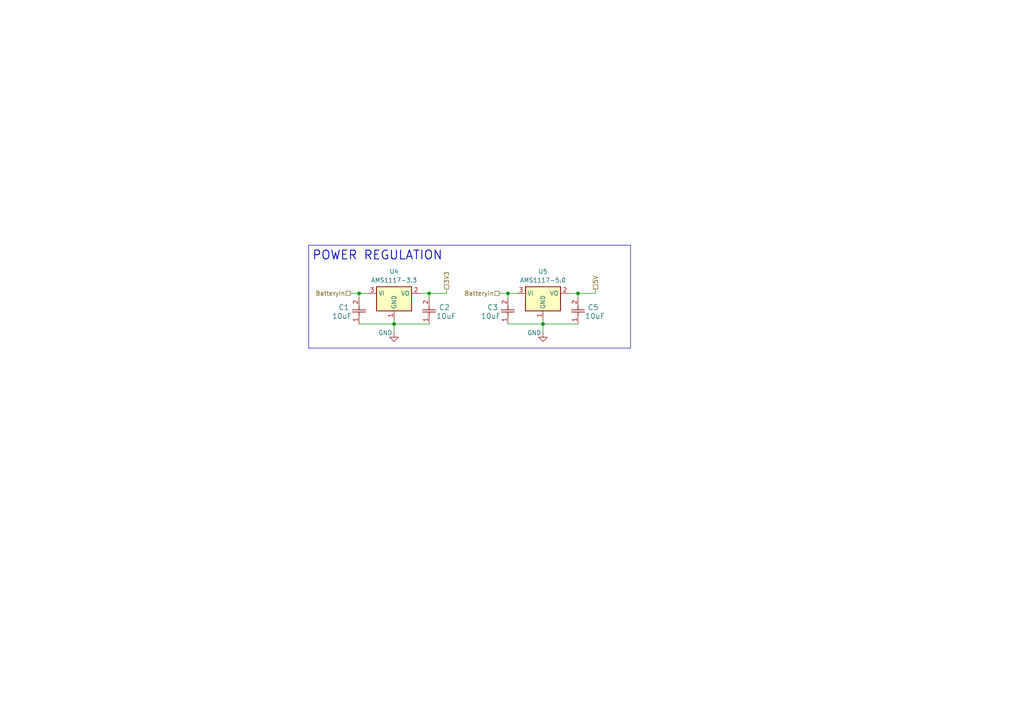
<source format=kicad_sch>
(kicad_sch (version 20250114) (generator "eeschema") (generator_version "9.0")
  (paper "A4")
  (title_block (title "GarBox") (date "2025-08-07") (rev "1"))
  (lib_symbols
    (symbol "CL31A106KBHNNNE:CL31A106KBHNNNE" (pin_names (offset 0.254))
      (property "Reference" "C" (at 3.81 3.81 0))
      (property "Value" "CL31A106KBHNNNE" (at 3.81 -3.81 0))
      (symbol "CL31A106KBHNNNE_1_1"
        (polyline (pts (xy 2.54 0) (xy 3.4798 0)) (stroke (width 0.2032)))
        (polyline (pts (xy 3.4798 -1.905) (xy 3.4798 1.905)) (stroke (width 0.2032)))
        (polyline (pts (xy 4.1148 0) (xy 5.08 0)) (stroke (width 0.2032)))
        (polyline (pts (xy 4.1148 -1.905) (xy 4.1148 1.905)) (stroke (width 0.2032)))
        (pin unspecified line (at 0 0 0) (length 2.54) (name "") (number "1"))
        (pin unspecified line (at 7.62 0 180) (length 2.54) (name "") (number "2"))
      )
      (symbol "CL31A106KBHNNNE_1_2"
        (polyline (pts (xy -1.905 -3.4798) (xy 1.905 -3.4798)) (stroke (width 0.2032)))
        (polyline (pts (xy -1.905 -4.1148) (xy 1.905 -4.1148)) (stroke (width 0.2032)))
        (polyline (pts (xy 0 -2.54) (xy 0 -3.4798)) (stroke (width 0.2032)))
        (polyline (pts (xy 0 -4.1148) (xy 0 -5.08)) (stroke (width 0.2032)))
        (pin unspecified line (at 0 0 270) (length 2.54) (name "") (number "1"))
        (pin unspecified line (at 0 -7.62 90) (length 2.54) (name "") (number "2"))
      )
    )
    (symbol "Regulator_Linear:AMS1117-3.3"
      (property "Reference" "U" (at -3.81 3.175 0))
      (property "Value" "AMS1117-3.3" (at 0 3.175 0))
      (symbol "AMS1117-3.3_0_1"
        (rectangle (start -5.08 -5.08) (end 5.08 1.905) (stroke (width 0.254)) (fill (type background)))
      )
      (symbol "AMS1117-3.3_1_1"
        (pin power_in line (at -7.62 0 0) (length 2.54) (name "VI") (number "3"))
        (pin power_in line (at 0 -7.62 90) (length 2.54) (name "GND") (number "1"))
        (pin power_out line (at 7.62 0 180) (length 2.54) (name "VO") (number "2"))
      )
    )
    (symbol "Regulator_Linear:AMS1117-5.0"
      (property "Reference" "U" (at -3.81 3.175 0))
      (property "Value" "AMS1117-5.0" (at 0 3.175 0))
      (symbol "AMS1117-5.0_0_1"
        (rectangle (start -5.08 -5.08) (end 5.08 1.905) (stroke (width 0.254)) (fill (type background)))
      )
      (symbol "AMS1117-5.0_1_1"
        (pin power_in line (at -7.62 0 0) (length 2.54) (name "VI") (number "3"))
        (pin power_in line (at 0 -7.62 90) (length 2.54) (name "GND") (number "1"))
        (pin power_out line (at 7.62 0 180) (length 2.54) (name "VO") (number "2"))
      )
    )
    (symbol "power:GND" (power) (pin_numbers (hide yes)) (pin_names (offset 0) (hide yes))
      (property "Value" "GND" (at 0 -3.81 0))
      (symbol "GND_0_1"
        (polyline (pts (xy 0 0) (xy 0 -1.27) (xy 1.27 -1.27) (xy 0 -2.54) (xy -1.27 -1.27) (xy 0 -1.27)))
      )
      (symbol "GND_1_1"
        (pin power_in line (at 0 0 270) (length 0) (name "~") (number "1"))
      )
    )
  )
  (rectangle (start 89.535 71.12) (end 182.88 100.965))
  (text "POWER REGULATION" (at 109.474 74.168 0) (effects (font (size 2.54 2.54) (thickness 0.254) (bold yes))))
  (junction (at 114.3 93.98))
  (junction (at 124.46 85.09))
  (junction (at 167.64 85.09))
  (junction (at 104.14 85.09))
  (junction (at 157.48 93.98))
  (junction (at 147.32 85.09))
  (wire (pts (xy 157.48 93.98) (xy 157.48 92.71)))
  (wire (pts (xy 124.46 85.09) (xy 129.54 85.09)))
  (wire (pts (xy 144.78 85.09) (xy 147.32 85.09)))
  (wire (pts (xy 172.72 85.09) (xy 172.72 83.82)))
  (wire (pts (xy 147.32 86.36) (xy 147.32 85.09)))
  (wire (pts (xy 101.6 85.09) (xy 104.14 85.09)))
  (wire (pts (xy 104.14 93.98) (xy 114.3 93.98)))
  (wire (pts (xy 114.3 93.98) (xy 124.46 93.98)))
  (wire (pts (xy 147.32 85.09) (xy 149.86 85.09)))
  (wire (pts (xy 104.14 86.36) (xy 104.14 85.09)))
  (wire (pts (xy 124.46 86.36) (xy 124.46 85.09)))
  (wire (pts (xy 157.48 93.98) (xy 167.64 93.98)))
  (wire (pts (xy 167.64 85.09) (xy 172.72 85.09)))
  (wire (pts (xy 121.92 85.09) (xy 124.46 85.09)))
  (wire (pts (xy 147.32 93.98) (xy 157.48 93.98)))
  (wire (pts (xy 114.3 93.98) (xy 114.3 92.71)))
  (wire (pts (xy 167.64 86.36) (xy 167.64 85.09)))
  (wire (pts (xy 104.14 85.09) (xy 106.68 85.09)))
  (wire (pts (xy 129.54 85.09) (xy 129.54 83.82)))
  (wire (pts (xy 165.1 85.09) (xy 167.64 85.09)))
  (wire (pts (xy 114.3 96.52) (xy 114.3 93.98)))
  (wire (pts (xy 157.48 96.52) (xy 157.48 93.98)))
  (hierarchical_label "BatteryIn" (shape passive) (at 101.6 85.09 180))
  (hierarchical_label "5V" (shape passive) (at 172.72 83.82 90))
  (hierarchical_label "BatteryIn" (shape passive) (at 144.78 85.09 180))
  (hierarchical_label "3V3" (shape passive) (at 129.54 83.82 90))
  (symbol (lib_id "Regulator_Linear:AMS1117-5.0") (at 157.48 85.09 0) (unit 1)
    (property "Reference" "U5" (at 157.48 78.74 0))
    (property "Value" "AMS1117-5.0" (at 157.48 81.28 0))
    (property "Footprint" "Package_TO_SOT_SMD:SOT-223-3_TabPin2" (effects (hide yes)))
    (property "Datasheet" "http://www.advanced-monolithic.com/pdf/ds1117.pdf" (effects (hide yes)))
    (property "Description" "1A Low Dropout regulator, positive, 5.0V fixed output, SOT-223" (effects (hide yes)))
    (property "MPN" "C6187" (effects (hide yes)))
  )
  (symbol (lib_id "power:GND") (at 114.3 96.52 0) (unit 1)
    (property "Reference" "#PWR017" (effects (hide yes)))
    (property "Value" "GND" (at 111.76 96.52 0))
    (property "Description" "Power symbol creates a global label with name \"GND\" , ground" (effects (hide yes)))
  )
  (symbol (lib_id "CL31A106KBHNNNE:CL31A106KBHNNNE") (at 124.46 93.98 90) (unit 1)
    (property "Reference" "C2" (at 127.254 89.154 90) (effects (font (size 1.524 1.524)) (justify right)))
    (property "Value" "10uF" (at 126.492 91.694 90) (effects (font (size 1.524 1.524)) (justify right)))
    (property "Footprint" "CL31A106KBHNNNE:CAP_CL31_SAM" (effects (hide yes)))
    (property "Datasheet" "CL31A106KBHNNNE" (effects (hide yes)))
    (property "Description" "CL31A106KBHNNNE" (effects (hide yes)))
    (property "MPN" "C13585" (effects (hide yes)))
  )
  (symbol (lib_id "power:GND") (at 157.48 96.52 0) (unit 1)
    (property "Reference" "#PWR018" (effects (hide yes)))
    (property "Value" "GND" (at 154.94 96.52 0))
    (property "Description" "Power symbol creates a global label with name \"GND\" , ground" (effects (hide yes)))
  )
  (symbol (lib_id "CL31A106KBHNNNE:CL31A106KBHNNNE") (at 167.64 93.98 90) (unit 1)
    (property "Reference" "C5" (at 170.434 89.154 90) (effects (font (size 1.524 1.524)) (justify right)))
    (property "Value" "10uF" (at 169.672 91.694 90) (effects (font (size 1.524 1.524)) (justify right)))
    (property "Footprint" "CL31A106KBHNNNE:CAP_CL31_SAM" (effects (hide yes)))
    (property "Datasheet" "CL31A106KBHNNNE" (effects (hide yes)))
    (property "Description" "CL31A106KBHNNNE" (effects (hide yes)))
    (property "MPN" "C13585" (effects (hide yes)))
  )
  (symbol (lib_id "CL31A106KBHNNNE:CL31A106KBHNNNE") (at 104.14 93.98 270) (mirror x) (unit 1)
    (property "Reference" "C1" (at 101.346 89.154 90) (effects (font (size 1.524 1.524)) (justify right)))
    (property "Value" "10uF" (at 102.108 91.694 90) (effects (font (size 1.524 1.524)) (justify right)))
    (property "Footprint" "CL31A106KBHNNNE:CAP_CL31_SAM" (effects (hide yes)))
    (property "Datasheet" "CL31A106KBHNNNE" (effects (hide yes)))
    (property "Description" "CL31A106KBHNNNE" (effects (hide yes)))
    (property "MPN" "C13585" (effects (hide yes)))
  )
  (symbol (lib_id "Regulator_Linear:AMS1117-3.3") (at 114.3 85.09 0) (unit 1)
    (property "Reference" "U4" (at 114.3 78.74 0))
    (property "Value" "AMS1117-3.3" (at 114.3 81.28 0))
    (property "Footprint" "Package_TO_SOT_SMD:SOT-223-3_TabPin2" (effects (hide yes)))
    (property "Datasheet" "http://www.advanced-monolithic.com/pdf/ds1117.pdf" (effects (hide yes)))
    (property "Description" "1A Low Dropout regulator, positive, 3.3V fixed output, SOT-223" (effects (hide yes)))
    (property "MPN" "C6186" (effects (hide yes)))
  )
  (symbol (lib_id "CL31A106KBHNNNE:CL31A106KBHNNNE") (at 147.32 93.98 270) (mirror x) (unit 1)
    (property "Reference" "C3" (at 144.526 89.154 90) (effects (font (size 1.524 1.524)) (justify right)))
    (property "Value" "10uF" (at 145.288 91.694 90) (effects (font (size 1.524 1.524)) (justify right)))
    (property "Footprint" "CL31A106KBHNNNE:CAP_CL31_SAM" (effects (hide yes)))
    (property "Datasheet" "CL31A106KBHNNNE" (effects (hide yes)))
    (property "Description" "CL31A106KBHNNNE" (effects (hide yes)))
    (property "MPN" "C13585" (effects (hide yes)))
  )
)
</source>
